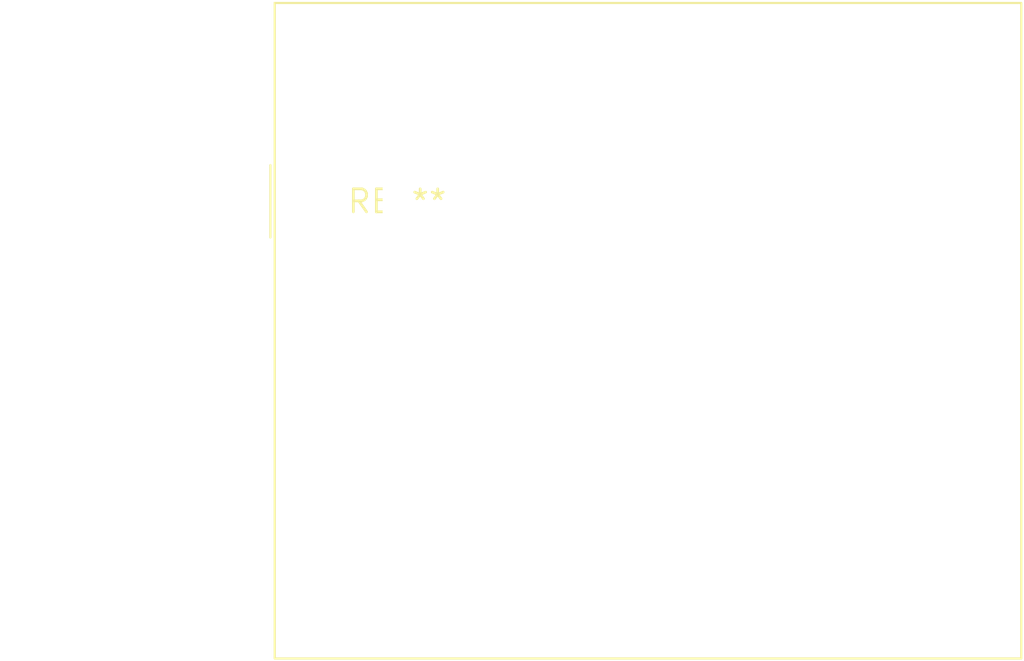
<source format=kicad_pcb>
(kicad_pcb (version 20240108) (generator pcbnew)
  (layers (0 "F.Cu" signal) (31 "B.Cu" signal) (34 "B.Paste" user) (35 "F.Paste" user) (36 "B.SilkS" user "B.Silkscreen") (37 "F.SilkS" user "F.Silkscreen") (38 "B.Mask" user) (39 "F.Mask" user) (44 "Edge.Cuts" user))
  (net 0 "")
  (footprint "L_Wurth_WE-HCFT-3540_LeadDiameter0.8mm" (layer "F.Cu") (at 0 0)
    (property "Reference" "REF**")
    (property "Value" "L_Wurth_WE-HCFT-3540_LeadDiameter0.8mm")
    (fp_line (start -7 2) (end -7 -2) (layer "F.SilkS") (stroke (width 0.12)))
    (fp_rect (start -6.76 -10.96) (end 34.46 25.26) (layer "F.SilkS") (stroke (width 0.12)) (fill none))
    (pad "" thru_hole circle (at 0 14.3) (size 3.75 3.75) (drill 2.5) (layers *.Cu *.Mask) (remove_unused_layers))
    (pad "" thru_hole circle (at 27.7 0) (size 3.75 3.75) (drill 2.5) (layers *.Cu *.Mask) (remove_unused_layers))
    (pad "1" thru_hole rect (at 0 0) (size 2.4 10) (drill oval 1.6 8) (layers *.Cu *.Mask) (remove_unused_layers))
    (pad "2" thru_hole oval (at 27.7 14.3) (size 2.4 10) (drill oval 1.6 8) (layers *.Cu *.Mask) (remove_unused_layers))
  )
)
</source>
